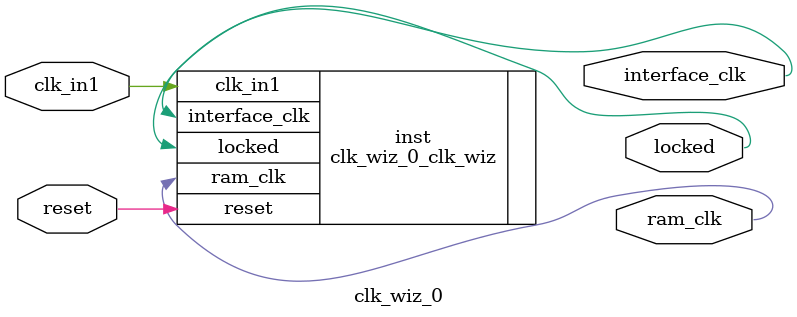
<source format=v>


`timescale 1ps/1ps

(* CORE_GENERATION_INFO = "clk_wiz_0,clk_wiz_v6_0_4_0_0,{component_name=clk_wiz_0,use_phase_alignment=true,use_min_o_jitter=false,use_max_i_jitter=false,use_dyn_phase_shift=false,use_inclk_switchover=false,use_dyn_reconfig=false,enable_axi=0,feedback_source=FDBK_AUTO,PRIMITIVE=MMCM,num_out_clk=2,clkin1_period=10.000,clkin2_period=10.000,use_power_down=false,use_reset=true,use_locked=true,use_inclk_stopped=false,feedback_type=SINGLE,CLOCK_MGR_TYPE=NA,manual_override=false}" *)

module clk_wiz_0 
 (
  // Clock out ports
  output        interface_clk,
  output        ram_clk,
  // Status and control signals
  input         reset,
  output        locked,
 // Clock in ports
  input         clk_in1
 );

  clk_wiz_0_clk_wiz inst
  (
  // Clock out ports  
  .interface_clk(interface_clk),
  .ram_clk(ram_clk),
  // Status and control signals               
  .reset(reset), 
  .locked(locked),
 // Clock in ports
  .clk_in1(clk_in1)
  );

endmodule

</source>
